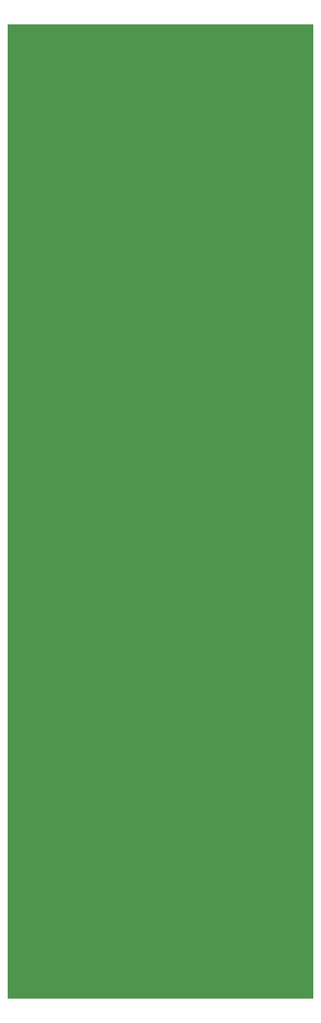
<source format=gtl>
G04 Delptronics ModuleConstructionSet*
G04 Board.gbr*
G04 #@! TF.FileFunction,Drawing,Board polygon*
G04 #@! TF.Part,Single*
%FSLAX26Y26*%
%MOIN*%
G70*
G90*
G75*
G01*
%LPD*%
G36*
X0Y0D02*
X01590000D01*
Y05060000D01*
X0D01*
Y0D01*
G37*
M02*

</source>
